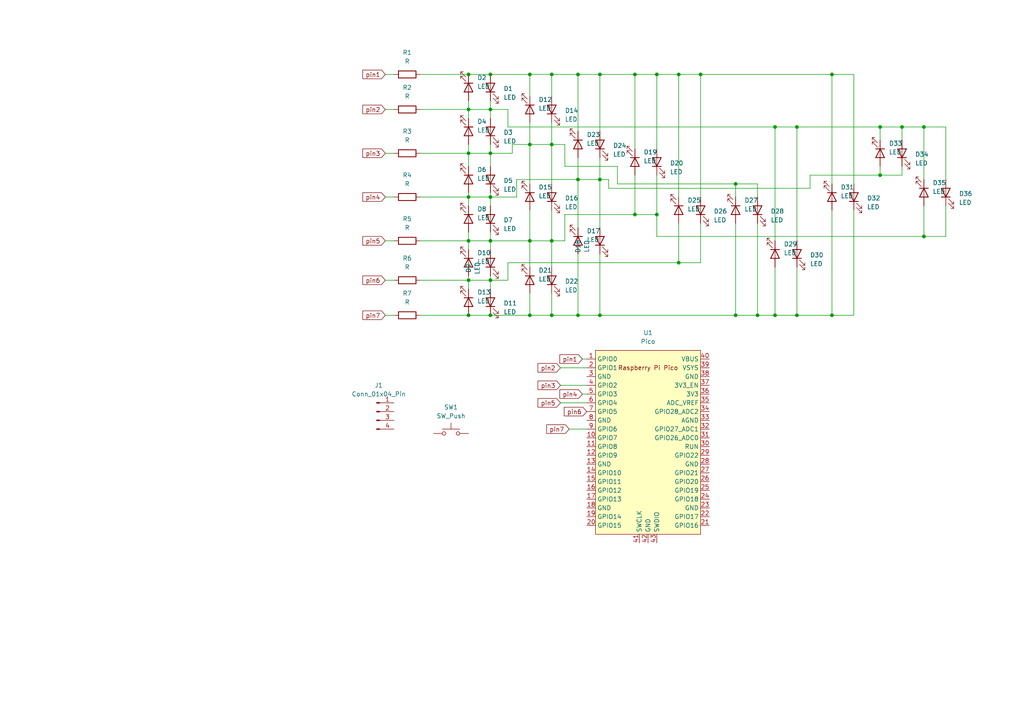
<source format=kicad_sch>
(kicad_sch (version 20231120) (generator "eeschema") (generator_version "8.0")
  (paper "A4")
  (lib_symbols
    (symbol "Connector:Conn_01x04_Pin" (pin_names (offset 1.016) hide)
      (property "Reference" "J" (at 0 5.08 0))
      (property "Value" "Conn_01x04_Pin" (at 0 -7.62 0))
      (symbol "Conn_01x04_Pin_1_1"
        (polyline (pts (xy 1.27 -5.08) (xy 0.8636 -5.08)) (stroke (width 0.1524)))
        (polyline (pts (xy 1.27 -2.54) (xy 0.8636 -2.54)) (stroke (width 0.1524)))
        (polyline (pts (xy 1.27 0) (xy 0.8636 0)) (stroke (width 0.1524)))
        (polyline (pts (xy 1.27 2.54) (xy 0.8636 2.54)) (stroke (width 0.1524)))
        (rectangle (start 0.8636 -4.953) (end 0 -5.207) (stroke (width 0.1524)) (fill (type outline)))
        (rectangle (start 0.8636 -2.413) (end 0 -2.667) (stroke (width 0.1524)) (fill (type outline)))
        (rectangle (start 0.8636 0.127) (end 0 -0.127) (stroke (width 0.1524)) (fill (type outline)))
        (rectangle (start 0.8636 2.667) (end 0 2.413) (stroke (width 0.1524)) (fill (type outline)))
        (pin passive line (at 5.08 2.54 180) (length 3.81) (name "Pin_1") (number "1"))
        (pin passive line (at 5.08 0 180) (length 3.81) (name "Pin_2") (number "2"))
        (pin passive line (at 5.08 -2.54 180) (length 3.81) (name "Pin_3") (number "3"))
        (pin passive line (at 5.08 -5.08 180) (length 3.81) (name "Pin_4") (number "4"))
      )
    )
    (symbol "Device:LED" (pin_numbers hide) (pin_names (offset 1.016) hide)
      (property "Reference" "D" (at 0 2.54 0))
      (property "Value" "LED" (at 0 -2.54 0))
      (symbol "LED_0_1"
        (polyline (pts (xy -1.27 -1.27) (xy -1.27 1.27)) (stroke (width 0.254)))
        (polyline (pts (xy -1.27 0) (xy 1.27 0)))
        (polyline (pts (xy 1.27 -1.27) (xy 1.27 1.27) (xy -1.27 0) (xy 1.27 -1.27)) (stroke (width 0.254)))
        (polyline (pts (xy -3.048 -0.762) (xy -4.572 -2.286) (xy -3.81 -2.286) (xy -4.572 -2.286) (xy -4.572 -1.524)))
        (polyline (pts (xy -1.778 -0.762) (xy -3.302 -2.286) (xy -2.54 -2.286) (xy -3.302 -2.286) (xy -3.302 -1.524)))
      )
      (symbol "LED_1_1"
        (pin passive line (at -3.81 0 0) (length 2.54) (name "K") (number "1"))
        (pin passive line (at 3.81 0 180) (length 2.54) (name "A") (number "2"))
      )
    )
    (symbol "Device:R" (pin_numbers hide) (pin_names (offset 0))
      (property "Reference" "R" (at 2.032 0 90))
      (property "Value" "R" (at 0 0 90))
      (symbol "R_0_1"
        (rectangle (start -1.016 -2.54) (end 1.016 2.54) (stroke (width 0.254)))
      )
      (symbol "R_1_1"
        (pin passive line (at 0 3.81 270) (length 1.27) (name "~") (number "1"))
        (pin passive line (at 0 -3.81 90) (length 1.27) (name "~") (number "2"))
      )
    )
    (symbol "Pi Pico:Pico"
      (property "Reference" "U" (at -13.97 27.94 0))
      (property "Value" "Pico" (at 0 19.05 0))
      (symbol "Pico_0_0"
        (text "Raspberry Pi Pico" (at 0 21.59 0) (effects (font (size 1.27 1.27))))
      )
      (symbol "Pico_0_1"
        (rectangle (start -15.24 26.67) (end 15.24 -26.67) (fill (type background)))
      )
      (symbol "Pico_1_1"
        (pin bidirectional line (at -17.78 24.13 0) (length 2.54) (name "GPIO0") (number "1"))
        (pin bidirectional line (at -17.78 1.27 0) (length 2.54) (name "GPIO7") (number "10"))
        (pin bidirectional line (at -17.78 -1.27 0) (length 2.54) (name "GPIO8") (number "11"))
        (pin bidirectional line (at -17.78 -3.81 0) (length 2.54) (name "GPIO9") (number "12"))
        (pin power_in line (at -17.78 -6.35 0) (length 2.54) (name "GND") (number "13"))
        (pin bidirectional line (at -17.78 -8.89 0) (length 2.54) (name "GPIO10") (number "14"))
        (pin bidirectional line (at -17.78 -11.43 0) (length 2.54) (name "GPIO11") (number "15"))
        (pin bidirectional line (at -17.78 -13.97 0) (length 2.54) (name "GPIO12") (number "16"))
        (pin bidirectional line (at -17.78 -16.51 0) (length 2.54) (name "GPIO13") (number "17"))
        (pin power_in line (at -17.78 -19.05 0) (length 2.54) (name "GND") (number "18"))
        (pin bidirectional line (at -17.78 -21.59 0) (length 2.54) (name "GPIO14") (number "19"))
        (pin bidirectional line (at -17.78 21.59 0) (length 2.54) (name "GPIO1") (number "2"))
        (pin bidirectional line (at -17.78 -24.13 0) (length 2.54) (name "GPIO15") (number "20"))
        (pin bidirectional line (at 17.78 -24.13 180) (length 2.54) (name "GPIO16") (number "21"))
        (pin bidirectional line (at 17.78 -21.59 180) (length 2.54) (name "GPIO17") (number "22"))
        (pin power_in line (at 17.78 -19.05 180) (length 2.54) (name "GND") (number "23"))
        (pin bidirectional line (at 17.78 -16.51 180) (length 2.54) (name "GPIO18") (number "24"))
        (pin bidirectional line (at 17.78 -13.97 180) (length 2.54) (name "GPIO19") (number "25"))
        (pin bidirectional line (at 17.78 -11.43 180) (length 2.54) (name "GPIO20") (number "26"))
        (pin bidirectional line (at 17.78 -8.89 180) (length 2.54) (name "GPIO21") (number "27"))
        (pin power_in line (at 17.78 -6.35 180) (length 2.54) (name "GND") (number "28"))
        (pin bidirectional line (at 17.78 -3.81 180) (length 2.54) (name "GPIO22") (number "29"))
        (pin power_in line (at -17.78 19.05 0) (length 2.54) (name "GND") (number "3"))
        (pin input line (at 17.78 -1.27 180) (length 2.54) (name "RUN") (number "30"))
        (pin bidirectional line (at 17.78 1.27 180) (length 2.54) (name "GPIO26_ADC0") (number "31"))
        (pin bidirectional line (at 17.78 3.81 180) (length 2.54) (name "GPIO27_ADC1") (number "32"))
        (pin power_in line (at 17.78 6.35 180) (length 2.54) (name "AGND") (number "33"))
        (pin bidirectional line (at 17.78 8.89 180) (length 2.54) (name "GPIO28_ADC2") (number "34"))
        (pin power_in line (at 17.78 11.43 180) (length 2.54) (name "ADC_VREF") (number "35"))
        (pin power_in line (at 17.78 13.97 180) (length 2.54) (name "3V3") (number "36"))
        (pin input line (at 17.78 16.51 180) (length 2.54) (name "3V3_EN") (number "37"))
        (pin bidirectional line (at 17.78 19.05 180) (length 2.54) (name "GND") (number "38"))
        (pin power_in line (at 17.78 21.59 180) (length 2.54) (name "VSYS") (number "39"))
        (pin bidirectional line (at -17.78 16.51 0) (length 2.54) (name "GPIO2") (number "4"))
        (pin power_in line (at 17.78 24.13 180) (length 2.54) (name "VBUS") (number "40"))
        (pin input line (at -2.54 -29.21 90) (length 2.54) (name "SWCLK") (number "41"))
        (pin power_in line (at 0 -29.21 90) (length 2.54) (name "GND") (number "42"))
        (pin bidirectional line (at 2.54 -29.21 90) (length 2.54) (name "SWDIO") (number "43"))
        (pin bidirectional line (at -17.78 13.97 0) (length 2.54) (name "GPIO3") (number "5"))
        (pin bidirectional line (at -17.78 11.43 0) (length 2.54) (name "GPIO4") (number "6"))
        (pin bidirectional line (at -17.78 8.89 0) (length 2.54) (name "GPIO5") (number "7"))
        (pin power_in line (at -17.78 6.35 0) (length 2.54) (name "GND") (number "8"))
        (pin bidirectional line (at -17.78 3.81 0) (length 2.54) (name "GPIO6") (number "9"))
      )
    )
    (symbol "Switch:SW_Push" (pin_numbers hide) (pin_names (offset 1.016) hide)
      (property "Reference" "SW" (at 1.27 2.54 0))
      (property "Value" "SW_Push" (at 0 -1.524 0))
      (symbol "SW_Push_0_1"
        (circle (center -2.032 0) (radius 0.508))
        (polyline (pts (xy 0 1.27) (xy 0 3.048)))
        (polyline (pts (xy 2.54 1.27) (xy -2.54 1.27)))
        (circle (center 2.032 0) (radius 0.508))
        (pin passive line (at -5.08 0 0) (length 2.54) (name "1") (number "1"))
        (pin passive line (at 5.08 0 180) (length 2.54) (name "2") (number "2"))
      )
    )
  )
  (junction (at 135.89 57.15))
  (junction (at 135.89 81.28))
  (junction (at 142.24 57.15))
  (junction (at 153.67 91.44))
  (junction (at 213.36 53.34))
  (junction (at 190.5 62.23))
  (junction (at 173.99 52.07))
  (junction (at 160.02 21.59))
  (junction (at 267.97 68.58))
  (junction (at 184.15 21.59))
  (junction (at 213.36 91.44))
  (junction (at 196.85 76.2))
  (junction (at 203.2 21.59))
  (junction (at 261.62 36.83))
  (junction (at 142.24 31.75))
  (junction (at 167.64 52.07))
  (junction (at 153.67 21.59))
  (junction (at 160.02 69.85))
  (junction (at 160.02 91.44))
  (junction (at 173.99 21.59))
  (junction (at 184.15 62.23))
  (junction (at 135.89 21.59))
  (junction (at 219.71 91.44))
  (junction (at 231.14 36.83))
  (junction (at 173.99 91.44))
  (junction (at 135.89 31.75))
  (junction (at 135.89 69.85))
  (junction (at 255.27 50.8))
  (junction (at 190.5 21.59))
  (junction (at 231.14 91.44))
  (junction (at 224.79 91.44))
  (junction (at 196.85 21.59))
  (junction (at 160.02 41.91))
  (junction (at 167.64 91.44))
  (junction (at 224.79 36.83))
  (junction (at 142.24 81.28))
  (junction (at 135.89 44.45))
  (junction (at 142.24 21.59))
  (junction (at 153.67 41.91))
  (junction (at 135.89 91.44))
  (junction (at 241.3 21.59))
  (junction (at 255.27 36.83))
  (junction (at 142.24 69.85))
  (junction (at 142.24 91.44))
  (junction (at 241.3 91.44))
  (junction (at 267.97 36.83))
  (junction (at 142.24 44.45))
  (junction (at 153.67 69.85))
  (junction (at 167.64 21.59))
  (wire (pts (xy 196.85 64.77) (xy 196.85 76.2)))
  (wire (pts (xy 167.64 52.07) (xy 167.64 66.04)))
  (wire (pts (xy 148.59 44.45) (xy 148.59 41.91)))
  (wire (pts (xy 142.24 31.75) (xy 147.32 31.75)))
  (wire (pts (xy 255.27 48.26) (xy 255.27 50.8)))
  (wire (pts (xy 173.99 52.07) (xy 173.99 66.04)))
  (wire (pts (xy 163.83 62.23) (xy 184.15 62.23)))
  (wire (pts (xy 274.32 36.83) (xy 267.97 36.83)))
  (wire (pts (xy 111.76 57.15) (xy 114.3 57.15)))
  (wire (pts (xy 234.95 54.61) (xy 234.95 50.8)))
  (wire (pts (xy 135.89 80.01) (xy 135.89 81.28)))
  (wire (pts (xy 142.24 81.28) (xy 147.32 81.28)))
  (wire (pts (xy 142.24 80.01) (xy 142.24 81.28)))
  (wire (pts (xy 147.32 36.83) (xy 224.79 36.83)))
  (wire (pts (xy 135.89 44.45) (xy 142.24 44.45)))
  (wire (pts (xy 167.64 91.44) (xy 160.02 91.44)))
  (wire (pts (xy 153.67 60.96) (xy 153.67 69.85)))
  (wire (pts (xy 160.02 27.94) (xy 160.02 21.59)))
  (wire (pts (xy 142.24 57.15) (xy 149.86 57.15)))
  (wire (pts (xy 135.89 41.91) (xy 135.89 44.45)))
  (wire (pts (xy 224.79 77.47) (xy 224.79 91.44)))
  (wire (pts (xy 153.67 21.59) (xy 153.67 27.94)))
  (wire (pts (xy 148.59 41.91) (xy 153.67 41.91)))
  (wire (pts (xy 153.67 91.44) (xy 142.24 91.44)))
  (wire (pts (xy 234.95 50.8) (xy 255.27 50.8)))
  (wire (pts (xy 224.79 36.83) (xy 224.79 69.85)))
  (wire (pts (xy 213.36 53.34) (xy 213.36 57.15)))
  (wire (pts (xy 162.56 106.68) (xy 170.18 106.68)))
  (wire (pts (xy 111.76 31.75) (xy 114.3 31.75)))
  (wire (pts (xy 142.24 31.75) (xy 142.24 34.29)))
  (wire (pts (xy 160.02 41.91) (xy 163.83 41.91)))
  (wire (pts (xy 160.02 69.85) (xy 160.02 77.47)))
  (wire (pts (xy 111.76 91.44) (xy 114.3 91.44)))
  (wire (pts (xy 173.99 38.1) (xy 173.99 21.59)))
  (wire (pts (xy 173.99 91.44) (xy 167.64 91.44)))
  (wire (pts (xy 255.27 36.83) (xy 255.27 40.64)))
  (wire (pts (xy 153.67 35.56) (xy 153.67 41.91)))
  (wire (pts (xy 111.76 81.28) (xy 114.3 81.28)))
  (wire (pts (xy 153.67 69.85) (xy 142.24 69.85)))
  (wire (pts (xy 142.24 81.28) (xy 142.24 83.82)))
  (wire (pts (xy 160.02 35.56) (xy 160.02 41.91)))
  (wire (pts (xy 121.92 44.45) (xy 135.89 44.45)))
  (wire (pts (xy 160.02 69.85) (xy 153.67 69.85)))
  (wire (pts (xy 121.92 69.85) (xy 135.89 69.85)))
  (wire (pts (xy 165.1 124.46) (xy 170.18 124.46)))
  (wire (pts (xy 190.5 62.23) (xy 190.5 50.8)))
  (wire (pts (xy 231.14 36.83) (xy 231.14 69.85)))
  (wire (pts (xy 219.71 64.77) (xy 219.71 91.44)))
  (wire (pts (xy 213.36 64.77) (xy 213.36 91.44)))
  (wire (pts (xy 142.24 44.45) (xy 142.24 48.26)))
  (wire (pts (xy 142.24 41.91) (xy 142.24 44.45)))
  (wire (pts (xy 142.24 29.21) (xy 142.24 31.75)))
  (wire (pts (xy 224.79 91.44) (xy 219.71 91.44)))
  (wire (pts (xy 173.99 45.72) (xy 173.99 52.07)))
  (wire (pts (xy 267.97 59.69) (xy 267.97 68.58)))
  (wire (pts (xy 168.91 114.3) (xy 170.18 114.3)))
  (wire (pts (xy 274.32 52.07) (xy 274.32 36.83)))
  (wire (pts (xy 135.89 81.28) (xy 142.24 81.28)))
  (wire (pts (xy 267.97 36.83) (xy 267.97 52.07)))
  (wire (pts (xy 149.86 57.15) (xy 149.86 52.07)))
  (wire (pts (xy 190.5 68.58) (xy 267.97 68.58)))
  (wire (pts (xy 135.89 29.21) (xy 135.89 31.75)))
  (wire (pts (xy 190.5 21.59) (xy 190.5 43.18)))
  (wire (pts (xy 135.89 67.31) (xy 135.89 69.85)))
  (wire (pts (xy 184.15 50.8) (xy 184.15 62.23)))
  (wire (pts (xy 231.14 77.47) (xy 231.14 91.44)))
  (wire (pts (xy 184.15 21.59) (xy 173.99 21.59)))
  (wire (pts (xy 121.92 91.44) (xy 135.89 91.44)))
  (wire (pts (xy 160.02 91.44) (xy 153.67 91.44)))
  (wire (pts (xy 247.65 53.34) (xy 247.65 21.59)))
  (wire (pts (xy 160.02 69.85) (xy 163.83 69.85)))
  (wire (pts (xy 255.27 50.8) (xy 261.62 50.8)))
  (wire (pts (xy 173.99 73.66) (xy 173.99 91.44)))
  (wire (pts (xy 267.97 68.58) (xy 274.32 68.58)))
  (wire (pts (xy 241.3 21.59) (xy 241.3 53.34)))
  (wire (pts (xy 147.32 31.75) (xy 147.32 36.83)))
  (wire (pts (xy 135.89 57.15) (xy 142.24 57.15)))
  (wire (pts (xy 196.85 21.59) (xy 196.85 57.15)))
  (wire (pts (xy 173.99 52.07) (xy 167.64 52.07)))
  (wire (pts (xy 153.67 85.09) (xy 153.67 91.44)))
  (wire (pts (xy 135.89 81.28) (xy 135.89 83.82)))
  (wire (pts (xy 121.92 57.15) (xy 135.89 57.15)))
  (wire (pts (xy 241.3 60.96) (xy 241.3 91.44)))
  (wire (pts (xy 261.62 50.8) (xy 261.62 48.26)))
  (wire (pts (xy 121.92 31.75) (xy 135.89 31.75)))
  (wire (pts (xy 111.76 21.59) (xy 114.3 21.59)))
  (wire (pts (xy 135.89 44.45) (xy 135.89 48.26)))
  (wire (pts (xy 142.24 44.45) (xy 148.59 44.45)))
  (wire (pts (xy 153.67 53.34) (xy 153.67 41.91)))
  (wire (pts (xy 261.62 36.83) (xy 255.27 36.83)))
  (wire (pts (xy 135.89 69.85) (xy 135.89 72.39)))
  (wire (pts (xy 135.89 55.88) (xy 135.89 57.15)))
  (wire (pts (xy 173.99 52.07) (xy 176.53 52.07)))
  (wire (pts (xy 231.14 91.44) (xy 224.79 91.44)))
  (wire (pts (xy 147.32 76.2) (xy 196.85 76.2)))
  (wire (pts (xy 142.24 57.15) (xy 142.24 59.69)))
  (wire (pts (xy 160.02 60.96) (xy 160.02 69.85)))
  (wire (pts (xy 167.64 73.66) (xy 167.64 91.44)))
  (wire (pts (xy 190.5 21.59) (xy 184.15 21.59)))
  (wire (pts (xy 176.53 52.07) (xy 176.53 54.61)))
  (wire (pts (xy 153.67 69.85) (xy 153.67 77.47)))
  (wire (pts (xy 219.71 91.44) (xy 213.36 91.44)))
  (wire (pts (xy 213.36 53.34) (xy 219.71 53.34)))
  (wire (pts (xy 153.67 21.59) (xy 142.24 21.59)))
  (wire (pts (xy 160.02 53.34) (xy 160.02 41.91)))
  (wire (pts (xy 167.64 21.59) (xy 160.02 21.59)))
  (wire (pts (xy 168.91 104.14) (xy 170.18 104.14)))
  (wire (pts (xy 142.24 55.88) (xy 142.24 57.15)))
  (wire (pts (xy 173.99 21.59) (xy 167.64 21.59)))
  (wire (pts (xy 267.97 36.83) (xy 261.62 36.83)))
  (wire (pts (xy 247.65 91.44) (xy 241.3 91.44)))
  (wire (pts (xy 142.24 67.31) (xy 142.24 69.85)))
  (wire (pts (xy 160.02 21.59) (xy 153.67 21.59)))
  (wire (pts (xy 179.07 53.34) (xy 213.36 53.34)))
  (wire (pts (xy 135.89 57.15) (xy 135.89 59.69)))
  (wire (pts (xy 261.62 40.64) (xy 261.62 36.83)))
  (wire (pts (xy 196.85 76.2) (xy 203.2 76.2)))
  (wire (pts (xy 184.15 62.23) (xy 190.5 62.23)))
  (wire (pts (xy 160.02 85.09) (xy 160.02 91.44)))
  (wire (pts (xy 219.71 57.15) (xy 219.71 53.34)))
  (wire (pts (xy 255.27 36.83) (xy 231.14 36.83)))
  (wire (pts (xy 203.2 76.2) (xy 203.2 64.77)))
  (wire (pts (xy 184.15 21.59) (xy 184.15 43.18)))
  (wire (pts (xy 121.92 81.28) (xy 135.89 81.28)))
  (wire (pts (xy 274.32 68.58) (xy 274.32 59.69)))
  (wire (pts (xy 203.2 57.15) (xy 203.2 21.59)))
  (wire (pts (xy 224.79 36.83) (xy 231.14 36.83)))
  (wire (pts (xy 196.85 21.59) (xy 190.5 21.59)))
  (wire (pts (xy 147.32 81.28) (xy 147.32 76.2)))
  (wire (pts (xy 111.76 44.45) (xy 114.3 44.45)))
  (wire (pts (xy 167.64 21.59) (xy 167.64 38.1)))
  (wire (pts (xy 163.83 48.26) (xy 179.07 48.26)))
  (wire (pts (xy 135.89 21.59) (xy 142.24 21.59)))
  (wire (pts (xy 135.89 91.44) (xy 142.24 91.44)))
  (wire (pts (xy 190.5 62.23) (xy 190.5 68.58)))
  (wire (pts (xy 167.64 52.07) (xy 167.64 45.72)))
  (wire (pts (xy 163.83 69.85) (xy 163.83 62.23)))
  (wire (pts (xy 135.89 69.85) (xy 142.24 69.85)))
  (wire (pts (xy 153.67 41.91) (xy 160.02 41.91)))
  (wire (pts (xy 213.36 91.44) (xy 173.99 91.44)))
  (wire (pts (xy 162.56 116.84) (xy 170.18 116.84)))
  (wire (pts (xy 203.2 21.59) (xy 196.85 21.59)))
  (wire (pts (xy 247.65 60.96) (xy 247.65 91.44)))
  (wire (pts (xy 176.53 54.61) (xy 234.95 54.61)))
  (wire (pts (xy 149.86 52.07) (xy 167.64 52.07)))
  (wire (pts (xy 163.83 41.91) (xy 163.83 48.26)))
  (wire (pts (xy 162.56 111.76) (xy 170.18 111.76)))
  (wire (pts (xy 179.07 48.26) (xy 179.07 53.34)))
  (wire (pts (xy 142.24 69.85) (xy 142.24 72.39)))
  (wire (pts (xy 111.76 69.85) (xy 114.3 69.85)))
  (wire (pts (xy 241.3 21.59) (xy 203.2 21.59)))
  (wire (pts (xy 121.92 21.59) (xy 135.89 21.59)))
  (wire (pts (xy 247.65 21.59) (xy 241.3 21.59)))
  (wire (pts (xy 135.89 31.75) (xy 142.24 31.75)))
  (wire (pts (xy 241.3 91.44) (xy 231.14 91.44)))
  (wire (pts (xy 135.89 31.75) (xy 135.89 34.29)))
  (global_label "pin4" (shape input) (at 168.91 114.3 180) (property "Intersheetrefs" "${INTERSHEET_REFS}" (effects (hide yes))))
  (global_label "pin5" (shape input) (at 162.56 116.84 180) (property "Intersheetrefs" "${INTERSHEET_REFS}" (effects (hide yes))))
  (global_label "pin2" (shape input) (at 111.76 31.75 180) (property "Intersheetrefs" "${INTERSHEET_REFS}" (effects (hide yes))))
  (global_label "pin5" (shape input) (at 111.76 69.85 180) (property "Intersheetrefs" "${INTERSHEET_REFS}" (effects (hide yes))))
  (global_label "pin2" (shape input) (at 162.56 106.68 180) (property "Intersheetrefs" "${INTERSHEET_REFS}" (effects (hide yes))))
  (global_label "pin1" (shape input) (at 168.91 104.14 180) (property "Intersheetrefs" "${INTERSHEET_REFS}" (effects (hide yes))))
  (global_label "pin4" (shape input) (at 111.76 57.15 180) (property "Intersheetrefs" "${INTERSHEET_REFS}" (effects (hide yes))))
  (global_label "pin7" (shape input) (at 165.1 124.46 180) (property "Intersheetrefs" "${INTERSHEET_REFS}" (effects (hide yes))))
  (global_label "pin3" (shape input) (at 111.76 44.45 180) (property "Intersheetrefs" "${INTERSHEET_REFS}" (effects (hide yes))))
  (global_label "pin6" (shape input) (at 111.76 81.28 180) (property "Intersheetrefs" "${INTERSHEET_REFS}" (effects (hide yes))))
  (global_label "pin6" (shape input) (at 170.18 119.38 180) (property "Intersheetrefs" "${INTERSHEET_REFS}" (effects (hide yes))))
  (global_label "pin1" (shape input) (at 111.76 21.59 180) (property "Intersheetrefs" "${INTERSHEET_REFS}" (effects (hide yes))))
  (global_label "pin3" (shape input) (at 162.56 111.76 180) (property "Intersheetrefs" "${INTERSHEET_REFS}" (effects (hide yes))))
  (global_label "pin7" (shape input) (at 111.76 91.44 180) (property "Intersheetrefs" "${INTERSHEET_REFS}" (effects (hide yes))))
  (symbol (lib_id "Device:R") (at 118.11 81.28 90) (unit 1)
    (property "Reference" "R6" (at 118.11 74.93 90))
    (property "Value" "R" (at 118.11 77.47 90))
    (property "Footprint" "Resistor_SMD:R_0805_2012Metric" (effects (hide yes)))
    (property "Description" "Resistor" (effects (hide yes)))
  )
  (symbol (lib_id "Device:LED") (at 135.89 87.63 270) (unit 1)
    (property "Reference" "D13" (at 138.43 84.7724 90) (effects (justify left)))
    (property "Value" "LED" (at 138.43 87.3124 90) (effects (justify left)))
    (property "Footprint" "LED_SMD:LED_0805_2012Metric" (effects (hide yes)))
    (property "Description" "Light emitting diode" (effects (hide yes)))
  )
  (symbol (lib_id "Pi Pico:Pico") (at 187.96 128.27 0) (unit 1)
    (property "Reference" "U1" (at 187.96 96.52 0))
    (property "Value" "Pico" (at 187.96 99.06 0))
    (property "Footprint" "Pi Pico:RPi_Pico_SMD_TH" (effects (hide yes)))
  )
  (symbol (lib_id "Device:LED") (at 267.97 55.88 270) (unit 1)
    (property "Reference" "D35" (at 270.51 53.0224 90) (effects (justify left)))
    (property "Value" "LED" (at 270.51 55.5624 90) (effects (justify left)))
    (property "Footprint" "LED_SMD:LED_0805_2012Metric" (effects (hide yes)))
    (property "Description" "Light emitting diode" (effects (hide yes)))
  )
  (symbol (lib_id "Device:R") (at 118.11 57.15 90) (unit 1)
    (property "Reference" "R4" (at 118.11 50.8 90))
    (property "Value" "R" (at 118.11 53.34 90))
    (property "Footprint" "Resistor_SMD:R_0805_2012Metric" (effects (hide yes)))
    (property "Description" "Resistor" (effects (hide yes)))
  )
  (symbol (lib_id "Device:LED") (at 142.24 76.2 90) (unit 1)
    (property "Reference" "D9" (at 135.89 77.7875 0))
    (property "Value" "LED" (at 138.43 77.7875 0))
    (property "Footprint" "LED_SMD:LED_0805_2012Metric" (effects (hide yes)))
    (property "Description" "Light emitting diode" (effects (hide yes)))
  )
  (symbol (lib_id "Device:LED") (at 241.3 57.15 270) (unit 1)
    (property "Reference" "D31" (at 243.84 54.2924 90) (effects (justify left)))
    (property "Value" "LED" (at 243.84 56.8324 90) (effects (justify left)))
    (property "Footprint" "LED_SMD:LED_0805_2012Metric" (effects (hide yes)))
    (property "Description" "Light emitting diode" (effects (hide yes)))
  )
  (symbol (lib_id "Device:LED") (at 160.02 31.75 90) (unit 1)
    (property "Reference" "D14" (at 163.83 32.0674 90) (effects (justify right)))
    (property "Value" "LED" (at 163.83 34.6074 90) (effects (justify right)))
    (property "Footprint" "LED_SMD:LED_0805_2012Metric" (effects (hide yes)))
    (property "Description" "Light emitting diode" (effects (hide yes)))
  )
  (symbol (lib_id "Device:LED") (at 153.67 31.75 270) (unit 1)
    (property "Reference" "D12" (at 156.21 28.8924 90) (effects (justify left)))
    (property "Value" "LED" (at 156.21 31.4324 90) (effects (justify left)))
    (property "Footprint" "LED_SMD:LED_0805_2012Metric" (effects (hide yes)))
    (property "Description" "Light emitting diode" (effects (hide yes)))
  )
  (symbol (lib_id "Device:R") (at 118.11 21.59 90) (unit 1)
    (property "Reference" "R1" (at 118.11 15.24 90))
    (property "Value" "R" (at 118.11 17.78 90))
    (property "Footprint" "Resistor_SMD:R_0805_2012Metric" (effects (hide yes)))
    (property "Description" "Resistor" (effects (hide yes)))
  )
  (symbol (lib_id "Connector:Conn_01x04_Pin") (at 109.22 119.38 0) (unit 1)
    (property "Reference" "J1" (at 109.855 111.76 0))
    (property "Value" "Conn_01x04_Pin" (at 109.855 114.3 0))
    (property "Footprint" "Display:Adafruit_SSD1306" (effects (hide yes)))
    (property "Description" "Generic connector, single row, 01x04, script generated" (effects (hide yes)))
  )
  (symbol (lib_id "Device:LED") (at 190.5 46.99 90) (unit 1)
    (property "Reference" "D20" (at 194.31 47.3074 90) (effects (justify right)))
    (property "Value" "LED" (at 194.31 49.8474 90) (effects (justify right)))
    (property "Footprint" "LED_SMD:LED_0805_2012Metric" (effects (hide yes)))
    (property "Description" "Light emitting diode" (effects (hide yes)))
  )
  (symbol (lib_id "Device:LED") (at 247.65 57.15 90) (unit 1)
    (property "Reference" "D32" (at 251.46 57.4674 90) (effects (justify right)))
    (property "Value" "LED" (at 251.46 60.0074 90) (effects (justify right)))
    (property "Footprint" "LED_SMD:LED_0805_2012Metric" (effects (hide yes)))
    (property "Description" "Light emitting diode" (effects (hide yes)))
  )
  (symbol (lib_id "Device:LED") (at 142.24 25.4 90) (unit 1)
    (property "Reference" "D1" (at 146.05 25.7174 90) (effects (justify right)))
    (property "Value" "LED" (at 146.05 28.2574 90) (effects (justify right)))
    (property "Footprint" "LED_SMD:LED_0805_2012Metric" (effects (hide yes)))
    (property "Description" "Light emitting diode" (effects (hide yes)))
  )
  (symbol (lib_id "Device:LED") (at 142.24 38.1 90) (unit 1)
    (property "Reference" "D3" (at 146.05 38.4174 90) (effects (justify right)))
    (property "Value" "LED" (at 146.05 40.9574 90) (effects (justify right)))
    (property "Footprint" "LED_SMD:LED_0805_2012Metric" (effects (hide yes)))
    (property "Description" "Light emitting diode" (effects (hide yes)))
  )
  (symbol (lib_id "Device:LED") (at 160.02 57.15 90) (unit 1)
    (property "Reference" "D16" (at 163.83 57.4674 90) (effects (justify right)))
    (property "Value" "LED" (at 163.83 60.0074 90) (effects (justify right)))
    (property "Footprint" "LED_SMD:LED_0805_2012Metric" (effects (hide yes)))
    (property "Description" "Light emitting diode" (effects (hide yes)))
  )
  (symbol (lib_id "Device:LED") (at 142.24 63.5 90) (unit 1)
    (property "Reference" "D7" (at 146.05 63.8174 90) (effects (justify right)))
    (property "Value" "LED" (at 146.05 66.3574 90) (effects (justify right)))
    (property "Footprint" "LED_SMD:LED_0805_2012Metric" (effects (hide yes)))
    (property "Description" "Light emitting diode" (effects (hide yes)))
  )
  (symbol (lib_id "Device:LED") (at 261.62 44.45 90) (unit 1)
    (property "Reference" "D34" (at 265.43 44.7674 90) (effects (justify right)))
    (property "Value" "LED" (at 265.43 47.3074 90) (effects (justify right)))
    (property "Footprint" "LED_SMD:LED_0805_2012Metric" (effects (hide yes)))
    (property "Description" "Light emitting diode" (effects (hide yes)))
  )
  (symbol (lib_id "Device:LED") (at 135.89 76.2 270) (unit 1)
    (property "Reference" "D10" (at 138.43 73.3424 90) (effects (justify left)))
    (property "Value" "LED" (at 138.43 75.8824 90) (effects (justify left)))
    (property "Footprint" "LED_SMD:LED_0805_2012Metric" (effects (hide yes)))
    (property "Description" "Light emitting diode" (effects (hide yes)))
  )
  (symbol (lib_id "Device:LED") (at 274.32 55.88 90) (unit 1)
    (property "Reference" "D36" (at 278.13 56.1974 90) (effects (justify right)))
    (property "Value" "LED" (at 278.13 58.7374 90) (effects (justify right)))
    (property "Footprint" "LED_SMD:LED_0805_2012Metric" (effects (hide yes)))
    (property "Description" "Light emitting diode" (effects (hide yes)))
  )
  (symbol (lib_id "Device:LED") (at 142.24 52.07 90) (unit 1)
    (property "Reference" "D5" (at 146.05 52.3874 90) (effects (justify right)))
    (property "Value" "LED" (at 146.05 54.9274 90) (effects (justify right)))
    (property "Footprint" "LED_SMD:LED_0805_2012Metric" (effects (hide yes)))
    (property "Description" "Light emitting diode" (effects (hide yes)))
  )
  (symbol (lib_id "Device:R") (at 118.11 91.44 90) (unit 1)
    (property "Reference" "R7" (at 118.11 85.09 90))
    (property "Value" "R" (at 118.11 87.63 90))
    (property "Footprint" "Resistor_SMD:R_0805_2012Metric" (effects (hide yes)))
    (property "Description" "Resistor" (effects (hide yes)))
  )
  (symbol (lib_id "Device:LED") (at 173.99 69.85 90) (unit 1)
    (property "Reference" "D18" (at 167.64 71.4375 0))
    (property "Value" "LED" (at 170.18 71.4375 0))
    (property "Footprint" "LED_SMD:LED_0805_2012Metric" (effects (hide yes)))
    (property "Description" "Light emitting diode" (effects (hide yes)))
  )
  (symbol (lib_id "Device:LED") (at 142.24 87.63 90) (unit 1)
    (property "Reference" "D11" (at 146.05 87.9474 90) (effects (justify right)))
    (property "Value" "LED" (at 146.05 90.4874 90) (effects (justify right)))
    (property "Footprint" "LED_SMD:LED_0805_2012Metric" (effects (hide yes)))
    (property "Description" "Light emitting diode" (effects (hide yes)))
  )
  (symbol (lib_id "Device:LED") (at 184.15 46.99 270) (unit 1)
    (property "Reference" "D19" (at 186.69 44.1324 90) (effects (justify left)))
    (property "Value" "LED" (at 186.69 46.6724 90) (effects (justify left)))
    (property "Footprint" "LED_SMD:LED_0805_2012Metric" (effects (hide yes)))
    (property "Description" "Light emitting diode" (effects (hide yes)))
  )
  (symbol (lib_id "Device:LED") (at 173.99 41.91 90) (unit 1)
    (property "Reference" "D24" (at 177.8 42.2274 90) (effects (justify right)))
    (property "Value" "LED" (at 177.8 44.7674 90) (effects (justify right)))
    (property "Footprint" "LED_SMD:LED_0805_2012Metric" (effects (hide yes)))
    (property "Description" "Light emitting diode" (effects (hide yes)))
  )
  (symbol (lib_id "Device:LED") (at 196.85 60.96 270) (unit 1)
    (property "Reference" "D25" (at 199.39 58.1024 90) (effects (justify left)))
    (property "Value" "LED" (at 199.39 60.6424 90) (effects (justify left)))
    (property "Footprint" "LED_SMD:LED_0805_2012Metric" (effects (hide yes)))
    (property "Description" "Light emitting diode" (effects (hide yes)))
  )
  (symbol (lib_id "Device:R") (at 118.11 69.85 90) (unit 1)
    (property "Reference" "R5" (at 118.11 63.5 90))
    (property "Value" "R" (at 118.11 66.04 90))
    (property "Footprint" "Resistor_SMD:R_0805_2012Metric" (effects (hide yes)))
    (property "Description" "Resistor" (effects (hide yes)))
  )
  (symbol (lib_id "Device:R") (at 118.11 31.75 90) (unit 1)
    (property "Reference" "R2" (at 118.11 25.4 90))
    (property "Value" "R" (at 118.11 27.94 90))
    (property "Footprint" "Resistor_SMD:R_0805_2012Metric" (effects (hide yes)))
    (property "Description" "Resistor" (effects (hide yes)))
  )
  (symbol (lib_id "Switch:SW_Push") (at 130.81 125.73 0) (unit 1)
    (property "Reference" "SW1" (at 130.81 118.11 0))
    (property "Value" "SW_Push" (at 130.81 120.65 0))
    (property "Footprint" "Button_Switch_THT:SW_PUSH_6mm_H8mm" (effects (hide yes)))
    (property "Description" "Push button switch, generic, two pins" (effects (hide yes)))
  )
  (symbol (lib_id "Device:LED") (at 135.89 25.4 270) (unit 1)
    (property "Reference" "D2" (at 138.43 22.5424 90) (effects (justify left)))
    (property "Value" "LED" (at 138.43 25.0824 90) (effects (justify left)))
    (property "Footprint" "LED_SMD:LED_0805_2012Metric" (effects (hide yes)))
    (property "Description" "Light emitting diode" (effects (hide yes)))
  )
  (symbol (lib_id "Device:LED") (at 135.89 63.5 270) (unit 1)
    (property "Reference" "D8" (at 138.43 60.6424 90) (effects (justify left)))
    (property "Value" "LED" (at 138.43 63.1824 90) (effects (justify left)))
    (property "Footprint" "LED_SMD:LED_0805_2012Metric" (effects (hide yes)))
    (property "Description" "Light emitting diode" (effects (hide yes)))
  )
  (symbol (lib_id "Device:LED") (at 167.64 69.85 270) (unit 1)
    (property "Reference" "D17" (at 170.18 66.9924 90) (effects (justify left)))
    (property "Value" "LED" (at 170.18 69.5324 90) (effects (justify left)))
    (property "Footprint" "LED_SMD:LED_0805_2012Metric" (effects (hide yes)))
    (property "Description" "Light emitting diode" (effects (hide yes)))
  )
  (symbol (lib_id "Device:LED") (at 231.14 73.66 90) (unit 1)
    (property "Reference" "D30" (at 234.95 73.9774 90) (effects (justify right)))
    (property "Value" "LED" (at 234.95 76.5174 90) (effects (justify right)))
    (property "Footprint" "LED_SMD:LED_0805_2012Metric" (effects (hide yes)))
    (property "Description" "Light emitting diode" (effects (hide yes)))
  )
  (symbol (lib_id "Device:LED") (at 203.2 60.96 90) (unit 1)
    (property "Reference" "D26" (at 207.01 61.2774 90) (effects (justify right)))
    (property "Value" "LED" (at 207.01 63.8174 90) (effects (justify right)))
    (property "Footprint" "LED_SMD:LED_0805_2012Metric" (effects (hide yes)))
    (property "Description" "Light emitting diode" (effects (hide yes)))
  )
  (symbol (lib_id "Device:LED") (at 167.64 41.91 270) (unit 1)
    (property "Reference" "D23" (at 170.18 39.0524 90) (effects (justify left)))
    (property "Value" "LED" (at 170.18 41.5924 90) (effects (justify left)))
    (property "Footprint" "LED_SMD:LED_0805_2012Metric" (effects (hide yes)))
    (property "Description" "Light emitting diode" (effects (hide yes)))
  )
  (symbol (lib_id "Device:LED") (at 135.89 38.1 270) (unit 1)
    (property "Reference" "D4" (at 138.43 35.2424 90) (effects (justify left)))
    (property "Value" "LED" (at 138.43 37.7824 90) (effects (justify left)))
    (property "Footprint" "LED_SMD:LED_0805_2012Metric" (effects (hide yes)))
    (property "Description" "Light emitting diode" (effects (hide yes)))
  )
  (symbol (lib_id "Device:LED") (at 153.67 57.15 270) (unit 1)
    (property "Reference" "D15" (at 156.21 54.2924 90) (effects (justify left)))
    (property "Value" "LED" (at 156.21 56.8324 90) (effects (justify left)))
    (property "Footprint" "LED_SMD:LED_0805_2012Metric" (effects (hide yes)))
    (property "Description" "Light emitting diode" (effects (hide yes)))
  )
  (symbol (lib_id "Device:LED") (at 255.27 44.45 270) (unit 1)
    (property "Reference" "D33" (at 257.81 41.5924 90) (effects (justify left)))
    (property "Value" "LED" (at 257.81 44.1324 90) (effects (justify left)))
    (property "Footprint" "LED_SMD:LED_0805_2012Metric" (effects (hide yes)))
    (property "Description" "Light emitting diode" (effects (hide yes)))
  )
  (symbol (lib_id "Device:LED") (at 224.79 73.66 270) (unit 1)
    (property "Reference" "D29" (at 227.33 70.8024 90) (effects (justify left)))
    (property "Value" "LED" (at 227.33 73.3424 90) (effects (justify left)))
    (property "Footprint" "LED_SMD:LED_0805_2012Metric" (effects (hide yes)))
    (property "Description" "Light emitting diode" (effects (hide yes)))
  )
  (symbol (lib_id "Device:LED") (at 135.89 52.07 270) (unit 1)
    (property "Reference" "D6" (at 138.43 49.2124 90) (effects (justify left)))
    (property "Value" "LED" (at 138.43 51.7524 90) (effects (justify left)))
    (property "Footprint" "LED_SMD:LED_0805_2012Metric" (effects (hide yes)))
    (property "Description" "Light emitting diode" (effects (hide yes)))
  )
  (symbol (lib_id "Device:LED") (at 160.02 81.28 90) (unit 1)
    (property "Reference" "D22" (at 163.83 81.5974 90) (effects (justify right)))
    (property "Value" "LED" (at 163.83 84.1374 90) (effects (justify right)))
    (property "Footprint" "LED_SMD:LED_0805_2012Metric" (effects (hide yes)))
    (property "Description" "Light emitting diode" (effects (hide yes)))
  )
  (symbol (lib_id "Device:LED") (at 213.36 60.96 270) (unit 1)
    (property "Reference" "D27" (at 215.9 58.1024 90) (effects (justify left)))
    (property "Value" "LED" (at 215.9 60.6424 90) (effects (justify left)))
    (property "Footprint" "LED_SMD:LED_0805_2012Metric" (effects (hide yes)))
    (property "Description" "Light emitting diode" (effects (hide yes)))
  )
  (symbol (lib_id "Device:LED") (at 153.67 81.28 270) (unit 1)
    (property "Reference" "D21" (at 156.21 78.4224 90) (effects (justify left)))
    (property "Value" "LED" (at 156.21 80.9624 90) (effects (justify left)))
    (property "Footprint" "LED_SMD:LED_0805_2012Metric" (effects (hide yes)))
    (property "Description" "Light emitting diode" (effects (hide yes)))
  )
  (symbol (lib_id "Device:R") (at 118.11 44.45 90) (unit 1)
    (property "Reference" "R3" (at 118.11 38.1 90))
    (property "Value" "R" (at 118.11 40.64 90))
    (property "Footprint" "Resistor_SMD:R_0805_2012Metric" (effects (hide yes)))
    (property "Description" "Resistor" (effects (hide yes)))
  )
  (symbol (lib_id "Device:LED") (at 219.71 60.96 90) (unit 1)
    (property "Reference" "D28" (at 223.52 61.2774 90) (effects (justify right)))
    (property "Value" "LED" (at 223.52 63.8174 90) (effects (justify right)))
    (property "Footprint" "LED_SMD:LED_0805_2012Metric" (effects (hide yes)))
    (property "Description" "Light emitting diode" (effects (hide yes)))
  )
)
</source>
